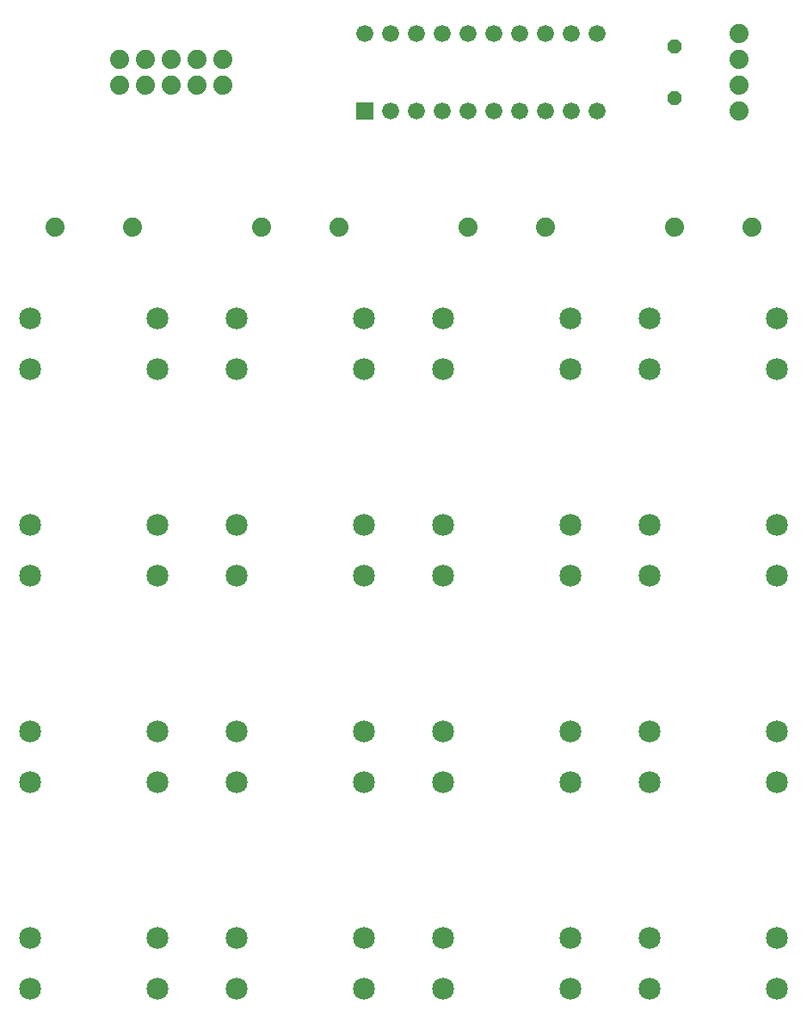
<source format=gbl>
G75*
%MOIN*%
%OFA0B0*%
%FSLAX25Y25*%
%IPPOS*%
%LPD*%
%AMOC8*
5,1,8,0,0,1.08239X$1,22.5*
%
%ADD10R,0.06600X0.06600*%
%ADD11C,0.06600*%
%ADD12C,0.07400*%
%ADD13C,0.08500*%
%ADD14OC8,0.05200*%
D10*
X0152500Y0382500D03*
D11*
X0162500Y0382500D03*
X0172500Y0382500D03*
X0182500Y0382500D03*
X0192500Y0382500D03*
X0202500Y0382500D03*
X0212500Y0382500D03*
X0222500Y0382500D03*
X0232500Y0382500D03*
X0242500Y0382500D03*
X0242500Y0412500D03*
X0232500Y0412500D03*
X0222500Y0412500D03*
X0212500Y0412500D03*
X0202500Y0412500D03*
X0192500Y0412500D03*
X0182500Y0412500D03*
X0172500Y0412500D03*
X0162500Y0412500D03*
X0152500Y0412500D03*
D12*
X0097500Y0402500D03*
X0097500Y0392500D03*
X0087500Y0392500D03*
X0087500Y0402500D03*
X0077500Y0402500D03*
X0077500Y0392500D03*
X0067500Y0392500D03*
X0067500Y0402500D03*
X0057500Y0402500D03*
X0057500Y0392500D03*
X0062500Y0337500D03*
X0032500Y0337500D03*
X0112500Y0337500D03*
X0142500Y0337500D03*
X0192500Y0337500D03*
X0222500Y0337500D03*
X0272500Y0337500D03*
X0302500Y0337500D03*
X0297500Y0382500D03*
X0297500Y0392500D03*
X0297500Y0402500D03*
X0297500Y0412500D03*
D13*
X0022894Y0042657D03*
X0022894Y0062343D03*
X0072106Y0062343D03*
X0072106Y0042657D03*
X0102894Y0042657D03*
X0102894Y0062343D03*
X0152106Y0062343D03*
X0152106Y0042657D03*
X0182894Y0042657D03*
X0182894Y0062343D03*
X0232106Y0062343D03*
X0232106Y0042657D03*
X0262894Y0042657D03*
X0262894Y0062343D03*
X0312106Y0062343D03*
X0312106Y0042657D03*
X0312106Y0122657D03*
X0312106Y0142343D03*
X0262894Y0142343D03*
X0262894Y0122657D03*
X0232106Y0122657D03*
X0232106Y0142343D03*
X0182894Y0142343D03*
X0182894Y0122657D03*
X0152106Y0122657D03*
X0152106Y0142343D03*
X0102894Y0142343D03*
X0102894Y0122657D03*
X0072106Y0122657D03*
X0072106Y0142343D03*
X0022894Y0142343D03*
X0022894Y0122657D03*
X0022894Y0202657D03*
X0022894Y0222343D03*
X0072106Y0222343D03*
X0072106Y0202657D03*
X0102894Y0202657D03*
X0102894Y0222343D03*
X0152106Y0222343D03*
X0152106Y0202657D03*
X0182894Y0202657D03*
X0182894Y0222343D03*
X0232106Y0222343D03*
X0232106Y0202657D03*
X0262894Y0202657D03*
X0262894Y0222343D03*
X0312106Y0222343D03*
X0312106Y0202657D03*
X0312106Y0282657D03*
X0312106Y0302343D03*
X0262894Y0302343D03*
X0262894Y0282657D03*
X0232106Y0282657D03*
X0232106Y0302343D03*
X0182894Y0302343D03*
X0182894Y0282657D03*
X0152106Y0282657D03*
X0152106Y0302343D03*
X0102894Y0302343D03*
X0102894Y0282657D03*
X0072106Y0282657D03*
X0072106Y0302343D03*
X0022894Y0302343D03*
X0022894Y0282657D03*
D14*
X0272500Y0387500D03*
X0272500Y0407500D03*
M02*

</source>
